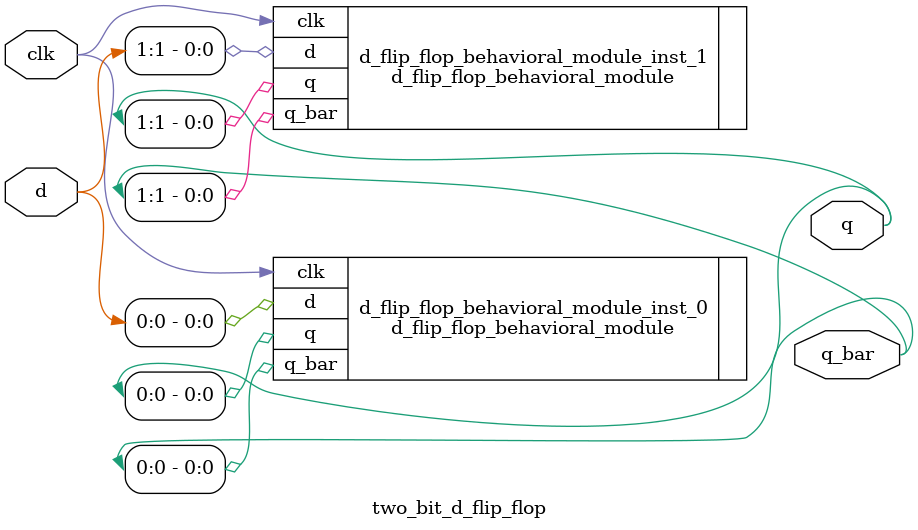
<source format=v>
module two_bit_d_flip_flop(d,clk,q,q_bar);
    input [1:0] d;
    input clk;
    output [1:0] q;
    output [1:0] q_bar;

    d_flip_flop_behavioral_module d_flip_flop_behavioral_module_inst_0(.d(d[0]), .clk(clk), .q(q[0]), .q_bar(q_bar[0]));
    d_flip_flop_behavioral_module d_flip_flop_behavioral_module_inst_1(.d(d[1]), .clk(clk), .q(q[1]), .q_bar(q_bar[1]));
endmodule

</source>
